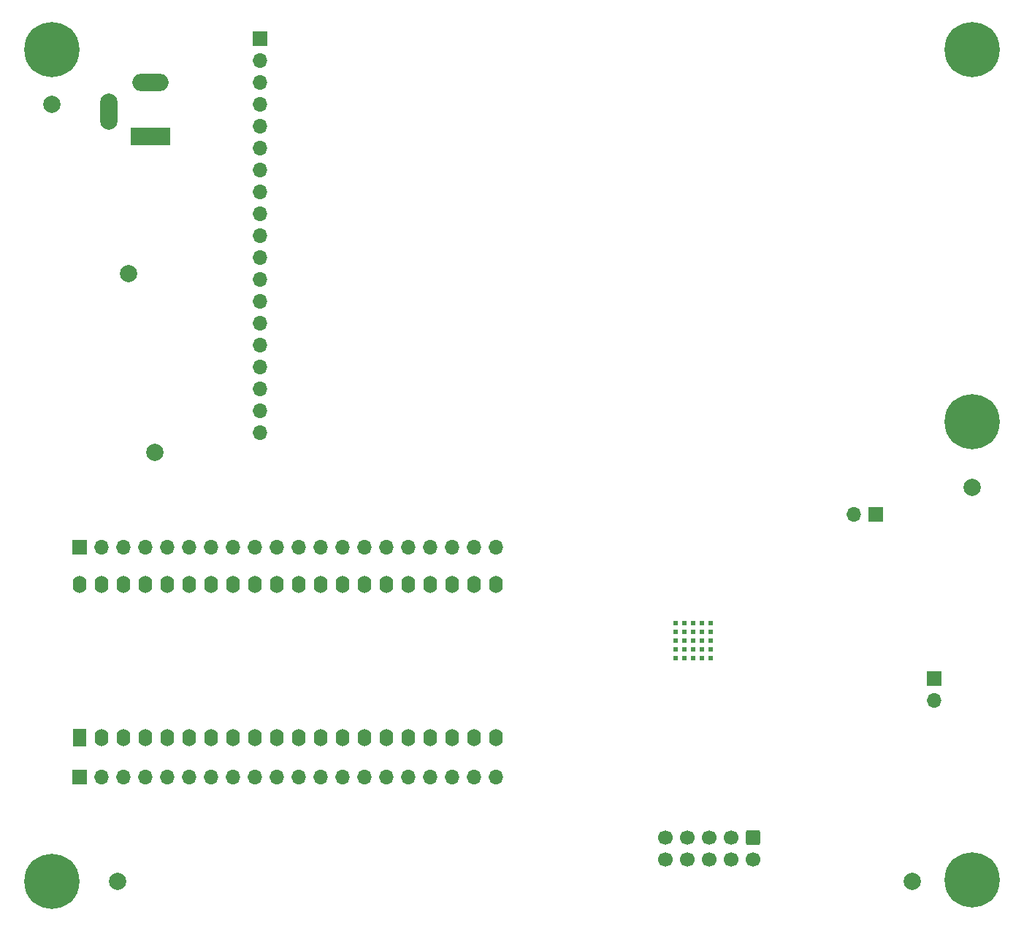
<source format=gbr>
%TF.GenerationSoftware,KiCad,Pcbnew,(6.0.6-0)*%
%TF.CreationDate,2024-02-14T10:46:04-05:00*%
%TF.ProjectId,DIYAH_Main_r0p0,44495941-485f-44d6-9169-6e5f72307030,rev?*%
%TF.SameCoordinates,Original*%
%TF.FileFunction,Soldermask,Bot*%
%TF.FilePolarity,Negative*%
%FSLAX46Y46*%
G04 Gerber Fmt 4.6, Leading zero omitted, Abs format (unit mm)*
G04 Created by KiCad (PCBNEW (6.0.6-0)) date 2024-02-14 10:46:04*
%MOMM*%
%LPD*%
G01*
G04 APERTURE LIST*
G04 Aperture macros list*
%AMRoundRect*
0 Rectangle with rounded corners*
0 $1 Rounding radius*
0 $2 $3 $4 $5 $6 $7 $8 $9 X,Y pos of 4 corners*
0 Add a 4 corners polygon primitive as box body*
4,1,4,$2,$3,$4,$5,$6,$7,$8,$9,$2,$3,0*
0 Add four circle primitives for the rounded corners*
1,1,$1+$1,$2,$3*
1,1,$1+$1,$4,$5*
1,1,$1+$1,$6,$7*
1,1,$1+$1,$8,$9*
0 Add four rect primitives between the rounded corners*
20,1,$1+$1,$2,$3,$4,$5,0*
20,1,$1+$1,$4,$5,$6,$7,0*
20,1,$1+$1,$6,$7,$8,$9,0*
20,1,$1+$1,$8,$9,$2,$3,0*%
G04 Aperture macros list end*
%ADD10C,0.609600*%
%ADD11R,1.600000X2.000000*%
%ADD12O,1.600000X2.000000*%
%ADD13R,1.700000X1.700000*%
%ADD14O,1.700000X1.700000*%
%ADD15C,2.000000*%
%ADD16C,0.800000*%
%ADD17C,6.400000*%
%ADD18R,4.600000X2.000000*%
%ADD19O,4.200000X2.000000*%
%ADD20O,2.000000X4.200000*%
%ADD21RoundRect,0.250000X-0.600000X0.600000X-0.600000X-0.600000X0.600000X-0.600000X0.600000X0.600000X0*%
%ADD22C,1.700000*%
G04 APERTURE END LIST*
D10*
%TO.C,U2*%
X177673000Y-112522000D03*
X177673000Y-111506000D03*
X178689000Y-111506000D03*
X178689000Y-112522000D03*
X181737000Y-112522000D03*
X180721000Y-112522000D03*
X181737000Y-111506000D03*
X180721000Y-111506000D03*
X181737000Y-109474000D03*
X181737000Y-108458000D03*
X180721000Y-108458000D03*
X180721000Y-109474000D03*
X177673000Y-109474000D03*
X178689000Y-108458000D03*
X177673000Y-108458000D03*
X178689000Y-109474000D03*
X181737000Y-110490000D03*
X180721000Y-110490000D03*
X177673000Y-110490000D03*
X178689000Y-110490000D03*
X179705000Y-108458000D03*
X179705000Y-109474000D03*
X179705000Y-111506000D03*
X179705000Y-112522000D03*
X179705000Y-110490000D03*
%TD*%
D11*
%TO.C,A1*%
X108585000Y-121807503D03*
D12*
X111125000Y-121807503D03*
X113665000Y-121807503D03*
X116205000Y-121807503D03*
X118745000Y-121807503D03*
X121285000Y-121807503D03*
X123825000Y-121807503D03*
X126365000Y-121807503D03*
X128905000Y-121807503D03*
X131445000Y-121807503D03*
X133985000Y-121807503D03*
X136525000Y-121807503D03*
X139065000Y-121807503D03*
X141605000Y-121807503D03*
X144145000Y-121807503D03*
X146685000Y-121807503D03*
X149225000Y-121807503D03*
X151765000Y-121807503D03*
X154305000Y-121807503D03*
X156845000Y-121807503D03*
X156845000Y-104027503D03*
X154305000Y-104027503D03*
X151765000Y-104027503D03*
X149225000Y-104027503D03*
X146685000Y-104027503D03*
X144145000Y-104027503D03*
X141605000Y-104027503D03*
X139065000Y-104027503D03*
X136525000Y-104027503D03*
X133985000Y-104027503D03*
X131445000Y-104027503D03*
X128905000Y-104027503D03*
X126365000Y-104027503D03*
X123825000Y-104027503D03*
X121285000Y-104027503D03*
X118745000Y-104027503D03*
X116205000Y-104027503D03*
X113665000Y-104027503D03*
X111125000Y-104027503D03*
X108585000Y-104027503D03*
%TD*%
D13*
%TO.C,J1*%
X129540000Y-40640000D03*
D14*
X129540000Y-43180000D03*
X129540000Y-45720000D03*
X129540000Y-48260000D03*
X129540000Y-50800000D03*
X129540000Y-53340000D03*
X129540000Y-55880000D03*
X129540000Y-58420000D03*
X129540000Y-60960000D03*
X129540000Y-63500000D03*
X129540000Y-66040000D03*
X129540000Y-68580000D03*
X129540000Y-71120000D03*
X129540000Y-73660000D03*
X129540000Y-76200000D03*
X129540000Y-78740000D03*
X129540000Y-81280000D03*
X129540000Y-83820000D03*
X129540000Y-86360000D03*
%TD*%
D13*
%TO.C,J4*%
X207645000Y-114930000D03*
D14*
X207645000Y-117470000D03*
%TD*%
D15*
%TO.C,TP5*%
X205105000Y-138430000D03*
%TD*%
D16*
%TO.C,H6*%
X107107056Y-140127056D03*
X105410000Y-140830000D03*
X107107056Y-136732944D03*
X103712944Y-136732944D03*
X103010000Y-138430000D03*
X107810000Y-138430000D03*
X105410000Y-136030000D03*
X103712944Y-140127056D03*
D17*
X105410000Y-138430000D03*
%TD*%
D13*
%TO.C,TP8*%
X108585000Y-99695000D03*
D14*
X111125000Y-99695000D03*
X113665000Y-99695000D03*
X116205000Y-99695000D03*
X118745000Y-99695000D03*
X121285000Y-99695000D03*
X123825000Y-99695000D03*
X126365000Y-99695000D03*
X128905000Y-99695000D03*
X131445000Y-99695000D03*
X133985000Y-99695000D03*
X136525000Y-99695000D03*
X139065000Y-99695000D03*
X141605000Y-99695000D03*
X144145000Y-99695000D03*
X146685000Y-99695000D03*
X149225000Y-99695000D03*
X151765000Y-99695000D03*
X154305000Y-99695000D03*
X156845000Y-99695000D03*
%TD*%
D15*
%TO.C,TP6*%
X105410000Y-48260000D03*
%TD*%
%TO.C,TP1*%
X114300000Y-67945000D03*
%TD*%
D16*
%TO.C,H4*%
X210392944Y-43607056D03*
X209690000Y-41910000D03*
X210392944Y-40212944D03*
X214490000Y-41910000D03*
D17*
X212090000Y-41910000D03*
D16*
X213787056Y-40212944D03*
X213787056Y-43607056D03*
X212090000Y-44310000D03*
X212090000Y-39510000D03*
%TD*%
D13*
%TO.C,J2*%
X200914000Y-95885000D03*
D14*
X198374000Y-95885000D03*
%TD*%
D16*
%TO.C,H5*%
X107107056Y-40212944D03*
X103712944Y-43607056D03*
X105410000Y-44310000D03*
X107810000Y-41910000D03*
X103010000Y-41910000D03*
D17*
X105410000Y-41910000D03*
D16*
X105410000Y-39510000D03*
X103712944Y-40212944D03*
X107107056Y-43607056D03*
%TD*%
D13*
%TO.C,TP7*%
X108585000Y-126365000D03*
D14*
X111125000Y-126365000D03*
X113665000Y-126365000D03*
X116205000Y-126365000D03*
X118745000Y-126365000D03*
X121285000Y-126365000D03*
X123825000Y-126365000D03*
X126365000Y-126365000D03*
X128905000Y-126365000D03*
X131445000Y-126365000D03*
X133985000Y-126365000D03*
X136525000Y-126365000D03*
X139065000Y-126365000D03*
X141605000Y-126365000D03*
X144145000Y-126365000D03*
X146685000Y-126365000D03*
X149225000Y-126365000D03*
X151765000Y-126365000D03*
X154305000Y-126365000D03*
X156845000Y-126365000D03*
%TD*%
D18*
%TO.C,J3*%
X116840000Y-52020000D03*
D19*
X116840000Y-45720000D03*
D20*
X112040000Y-49120000D03*
%TD*%
D21*
%TO.C,J6*%
X186690000Y-133350000D03*
D22*
X186690000Y-135890000D03*
X184150000Y-133350000D03*
X184150000Y-135890000D03*
X181610000Y-133350000D03*
X181610000Y-135890000D03*
X179070000Y-133350000D03*
X179070000Y-135890000D03*
X176530000Y-133350000D03*
X176530000Y-135890000D03*
%TD*%
D15*
%TO.C,TP2*%
X117348000Y-88646000D03*
%TD*%
%TO.C,TP4*%
X212090000Y-92710000D03*
%TD*%
%TO.C,TP3*%
X113030000Y-138430000D03*
%TD*%
D17*
%TO.C,H3*%
X212090000Y-85090000D03*
D16*
X210392944Y-83392944D03*
X210392944Y-86787056D03*
X212090000Y-82690000D03*
X214490000Y-85090000D03*
X213787056Y-86787056D03*
X212090000Y-87490000D03*
X209690000Y-85090000D03*
X213787056Y-83392944D03*
%TD*%
D17*
%TO.C,H2*%
X212090000Y-138289995D03*
D16*
X209690000Y-138289995D03*
X212090000Y-140689995D03*
X212090000Y-135889995D03*
X210392944Y-136592939D03*
X210392944Y-139987051D03*
X214490000Y-138289995D03*
X213787056Y-136592939D03*
X213787056Y-139987051D03*
%TD*%
M02*

</source>
